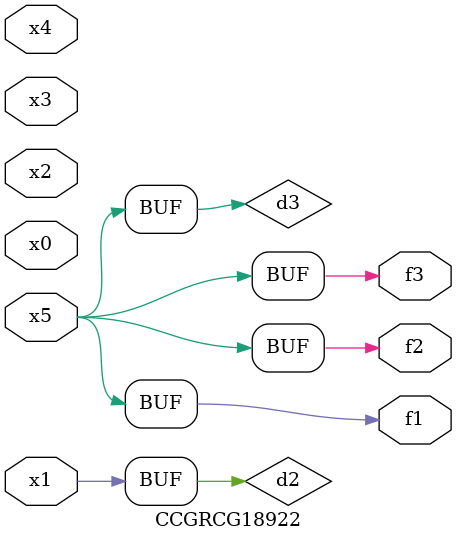
<source format=v>
module CCGRCG18922(
	input x0, x1, x2, x3, x4, x5,
	output f1, f2, f3
);

	wire d1, d2, d3;

	not (d1, x5);
	or (d2, x1);
	xnor (d3, d1);
	assign f1 = d3;
	assign f2 = d3;
	assign f3 = d3;
endmodule

</source>
